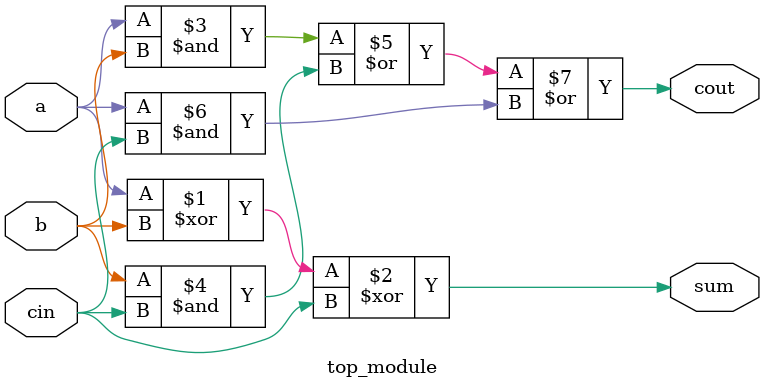
<source format=v>
module top_module( 
    input a, b, cin,
    output cout, sum );
    assign sum = a^b^cin;
    assign cout = (a&b)|(b&cin)|(a&cin);
endmodule

</source>
